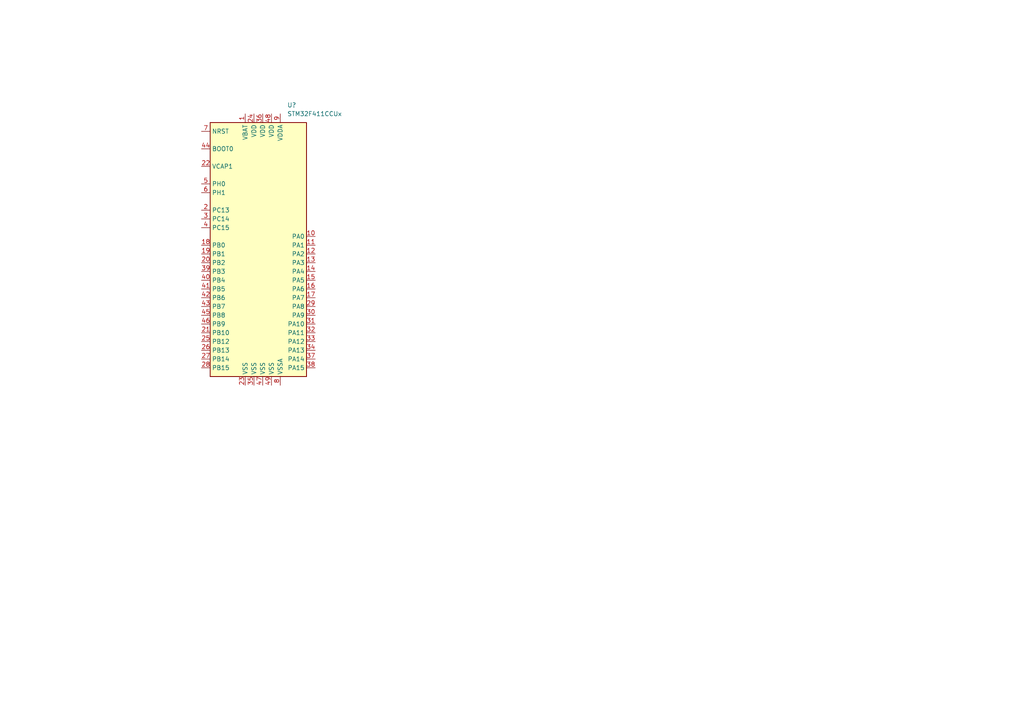
<source format=kicad_sch>
(kicad_sch (version 20211123) (generator eeschema)
  (paper "A4")
  (lib_symbols
    (symbol "MCU_ST_STM32F4:STM32F411CCUx"
      (property "Reference" "U" (at -15.24 36.83 0))
      (property "Value" "STM32F411CCUx" (at 7.62 36.83 0))
      (symbol "STM32F411CCUx_0_1"
        (rectangle (start -15.24 -38.1) (end 12.7 35.56) (stroke (width 0.254)) (fill (type background)))
      )
      (symbol "STM32F411CCUx_1_1"
        (pin power_in line (at -5.08 38.1 270) (length 2.54) (name "VBAT") (number "1"))
        (pin bidirectional line (at 15.24 2.54 180) (length 2.54) (name "PA0") (number "10"))
        (pin bidirectional line (at 15.24 0 180) (length 2.54) (name "PA1") (number "11"))
        (pin bidirectional line (at 15.24 -2.54 180) (length 2.54) (name "PA2") (number "12"))
        (pin bidirectional line (at 15.24 -5.08 180) (length 2.54) (name "PA3") (number "13"))
        (pin bidirectional line (at 15.24 -7.62 180) (length 2.54) (name "PA4") (number "14"))
        (pin bidirectional line (at 15.24 -10.16 180) (length 2.54) (name "PA5") (number "15"))
        (pin bidirectional line (at 15.24 -12.7 180) (length 2.54) (name "PA6") (number "16"))
        (pin bidirectional line (at 15.24 -15.24 180) (length 2.54) (name "PA7") (number "17"))
        (pin bidirectional line (at -17.78 0 0) (length 2.54) (name "PB0") (number "18"))
        (pin bidirectional line (at -17.78 -2.54 0) (length 2.54) (name "PB1") (number "19"))
        (pin bidirectional line (at -17.78 10.16 0) (length 2.54) (name "PC13") (number "2"))
        (pin bidirectional line (at -17.78 -5.08 0) (length 2.54) (name "PB2") (number "20"))
        (pin bidirectional line (at -17.78 -25.4 0) (length 2.54) (name "PB10") (number "21"))
        (pin power_in line (at -17.78 22.86 0) (length 2.54) (name "VCAP1") (number "22"))
        (pin power_in line (at -5.08 -40.64 90) (length 2.54) (name "VSS") (number "23"))
        (pin power_in line (at -2.54 38.1 270) (length 2.54) (name "VDD") (number "24"))
        (pin bidirectional line (at -17.78 -27.94 0) (length 2.54) (name "PB12") (number "25"))
        (pin bidirectional line (at -17.78 -30.48 0) (length 2.54) (name "PB13") (number "26"))
        (pin bidirectional line (at -17.78 -33.02 0) (length 2.54) (name "PB14") (number "27"))
        (pin bidirectional line (at -17.78 -35.56 0) (length 2.54) (name "PB15") (number "28"))
        (pin bidirectional line (at 15.24 -17.78 180) (length 2.54) (name "PA8") (number "29"))
        (pin bidirectional line (at -17.78 7.62 0) (length 2.54) (name "PC14") (number "3"))
        (pin bidirectional line (at 15.24 -20.32 180) (length 2.54) (name "PA9") (number "30"))
        (pin bidirectional line (at 15.24 -22.86 180) (length 2.54) (name "PA10") (number "31"))
        (pin bidirectional line (at 15.24 -25.4 180) (length 2.54) (name "PA11") (number "32"))
        (pin bidirectional line (at 15.24 -27.94 180) (length 2.54) (name "PA12") (number "33"))
        (pin bidirectional line (at 15.24 -30.48 180) (length 2.54) (name "PA13") (number "34"))
        (pin power_in line (at -2.54 -40.64 90) (length 2.54) (name "VSS") (number "35"))
        (pin power_in line (at 0 38.1 270) (length 2.54) (name "VDD") (number "36"))
        (pin bidirectional line (at 15.24 -33.02 180) (length 2.54) (name "PA14") (number "37"))
        (pin bidirectional line (at 15.24 -35.56 180) (length 2.54) (name "PA15") (number "38"))
        (pin bidirectional line (at -17.78 -7.62 0) (length 2.54) (name "PB3") (number "39"))
        (pin bidirectional line (at -17.78 5.08 0) (length 2.54) (name "PC15") (number "4"))
        (pin bidirectional line (at -17.78 -10.16 0) (length 2.54) (name "PB4") (number "40"))
        (pin bidirectional line (at -17.78 -12.7 0) (length 2.54) (name "PB5") (number "41"))
        (pin bidirectional line (at -17.78 -15.24 0) (length 2.54) (name "PB6") (number "42"))
        (pin bidirectional line (at -17.78 -17.78 0) (length 2.54) (name "PB7") (number "43"))
        (pin input line (at -17.78 27.94 0) (length 2.54) (name "BOOT0") (number "44"))
        (pin bidirectional line (at -17.78 -20.32 0) (length 2.54) (name "PB8") (number "45"))
        (pin bidirectional line (at -17.78 -22.86 0) (length 2.54) (name "PB9") (number "46"))
        (pin power_in line (at 0 -40.64 90) (length 2.54) (name "VSS") (number "47"))
        (pin power_in line (at 2.54 38.1 270) (length 2.54) (name "VDD") (number "48"))
        (pin power_in line (at 2.54 -40.64 90) (length 2.54) (name "VSS") (number "49"))
        (pin input line (at -17.78 17.78 0) (length 2.54) (name "PH0") (number "5"))
        (pin input line (at -17.78 15.24 0) (length 2.54) (name "PH1") (number "6"))
        (pin input line (at -17.78 33.02 0) (length 2.54) (name "NRST") (number "7"))
        (pin power_in line (at 5.08 -40.64 90) (length 2.54) (name "VSSA") (number "8"))
        (pin power_in line (at 5.08 38.1 270) (length 2.54) (name "VDDA") (number "9"))
      )
    )
  )
  (symbol (lib_id "MCU_ST_STM32F4:STM32F411CCUx") (at 76.2 71.12 0) (unit 1)
    (property "Reference" "U?" (at 83.2994 30.48 0) (effects (justify left)))
    (property "Value" "STM32F411CCUx" (at 83.2994 33.02 0) (effects (justify left)))
    (property "Footprint" "Package_DFN_QFN:QFN-48-1EP_7x7mm_P0.5mm_EP5.6x5.6mm" (effects hide))
    (property "Datasheet" "http://www.st.com/st-web-ui/static/active/en/resource/technical/document/datasheet/DM00115249.pdf" (effects hide))
  )
)
</source>
